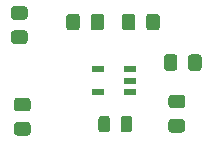
<source format=gtp>
%TF.GenerationSoftware,KiCad,Pcbnew,(5.1.6)-1*%
%TF.CreationDate,2021-11-13T14:54:39-08:00*%
%TF.ProjectId,ARESnoseConeSystem2022,41524553-6e6f-4736-9543-6f6e65537973,rev?*%
%TF.SameCoordinates,Original*%
%TF.FileFunction,Paste,Top*%
%TF.FilePolarity,Positive*%
%FSLAX46Y46*%
G04 Gerber Fmt 4.6, Leading zero omitted, Abs format (unit mm)*
G04 Created by KiCad (PCBNEW (5.1.6)-1) date 2021-11-13 14:54:39*
%MOMM*%
%LPD*%
G01*
G04 APERTURE LIST*
%ADD10R,1.003300X0.508000*%
G04 APERTURE END LIST*
D10*
X130600450Y-55306001D03*
X130600450Y-53405999D03*
X133305550Y-53405999D03*
X133305550Y-54356000D03*
X133305550Y-55306001D03*
G36*
G01*
X138245000Y-53282001D02*
X138245000Y-52381999D01*
G75*
G02*
X138494999Y-52132000I249999J0D01*
G01*
X139145001Y-52132000D01*
G75*
G02*
X139395000Y-52381999I0J-249999D01*
G01*
X139395000Y-53282001D01*
G75*
G02*
X139145001Y-53532000I-249999J0D01*
G01*
X138494999Y-53532000D01*
G75*
G02*
X138245000Y-53282001I0J249999D01*
G01*
G37*
G36*
G01*
X136195000Y-53282001D02*
X136195000Y-52381999D01*
G75*
G02*
X136444999Y-52132000I249999J0D01*
G01*
X137095001Y-52132000D01*
G75*
G02*
X137345000Y-52381999I0J-249999D01*
G01*
X137345000Y-53282001D01*
G75*
G02*
X137095001Y-53532000I-249999J0D01*
G01*
X136444999Y-53532000D01*
G75*
G02*
X136195000Y-53282001I0J249999D01*
G01*
G37*
G36*
G01*
X134689000Y-49853001D02*
X134689000Y-48952999D01*
G75*
G02*
X134938999Y-48703000I249999J0D01*
G01*
X135589001Y-48703000D01*
G75*
G02*
X135839000Y-48952999I0J-249999D01*
G01*
X135839000Y-49853001D01*
G75*
G02*
X135589001Y-50103000I-249999J0D01*
G01*
X134938999Y-50103000D01*
G75*
G02*
X134689000Y-49853001I0J249999D01*
G01*
G37*
G36*
G01*
X132639000Y-49853001D02*
X132639000Y-48952999D01*
G75*
G02*
X132888999Y-48703000I249999J0D01*
G01*
X133539001Y-48703000D01*
G75*
G02*
X133789000Y-48952999I0J-249999D01*
G01*
X133789000Y-49853001D01*
G75*
G02*
X133539001Y-50103000I-249999J0D01*
G01*
X132888999Y-50103000D01*
G75*
G02*
X132639000Y-49853001I0J249999D01*
G01*
G37*
G36*
G01*
X129990000Y-49853001D02*
X129990000Y-48952999D01*
G75*
G02*
X130239999Y-48703000I249999J0D01*
G01*
X130890001Y-48703000D01*
G75*
G02*
X131140000Y-48952999I0J-249999D01*
G01*
X131140000Y-49853001D01*
G75*
G02*
X130890001Y-50103000I-249999J0D01*
G01*
X130239999Y-50103000D01*
G75*
G02*
X129990000Y-49853001I0J249999D01*
G01*
G37*
G36*
G01*
X127940000Y-49853001D02*
X127940000Y-48952999D01*
G75*
G02*
X128189999Y-48703000I249999J0D01*
G01*
X128840001Y-48703000D01*
G75*
G02*
X129090000Y-48952999I0J-249999D01*
G01*
X129090000Y-49853001D01*
G75*
G02*
X128840001Y-50103000I-249999J0D01*
G01*
X128189999Y-50103000D01*
G75*
G02*
X127940000Y-49853001I0J249999D01*
G01*
G37*
G36*
G01*
X123755999Y-57863000D02*
X124656001Y-57863000D01*
G75*
G02*
X124906000Y-58112999I0J-249999D01*
G01*
X124906000Y-58763001D01*
G75*
G02*
X124656001Y-59013000I-249999J0D01*
G01*
X123755999Y-59013000D01*
G75*
G02*
X123506000Y-58763001I0J249999D01*
G01*
X123506000Y-58112999D01*
G75*
G02*
X123755999Y-57863000I249999J0D01*
G01*
G37*
G36*
G01*
X123755999Y-55813000D02*
X124656001Y-55813000D01*
G75*
G02*
X124906000Y-56062999I0J-249999D01*
G01*
X124906000Y-56713001D01*
G75*
G02*
X124656001Y-56963000I-249999J0D01*
G01*
X123755999Y-56963000D01*
G75*
G02*
X123506000Y-56713001I0J249999D01*
G01*
X123506000Y-56062999D01*
G75*
G02*
X123755999Y-55813000I249999J0D01*
G01*
G37*
G36*
G01*
X132530000Y-58495250D02*
X132530000Y-57582750D01*
G75*
G02*
X132773750Y-57339000I243750J0D01*
G01*
X133261250Y-57339000D01*
G75*
G02*
X133505000Y-57582750I0J-243750D01*
G01*
X133505000Y-58495250D01*
G75*
G02*
X133261250Y-58739000I-243750J0D01*
G01*
X132773750Y-58739000D01*
G75*
G02*
X132530000Y-58495250I0J243750D01*
G01*
G37*
G36*
G01*
X130655000Y-58495250D02*
X130655000Y-57582750D01*
G75*
G02*
X130898750Y-57339000I243750J0D01*
G01*
X131386250Y-57339000D01*
G75*
G02*
X131630000Y-57582750I0J-243750D01*
G01*
X131630000Y-58495250D01*
G75*
G02*
X131386250Y-58739000I-243750J0D01*
G01*
X130898750Y-58739000D01*
G75*
G02*
X130655000Y-58495250I0J243750D01*
G01*
G37*
G36*
G01*
X136836999Y-57600000D02*
X137737001Y-57600000D01*
G75*
G02*
X137987000Y-57849999I0J-249999D01*
G01*
X137987000Y-58500001D01*
G75*
G02*
X137737001Y-58750000I-249999J0D01*
G01*
X136836999Y-58750000D01*
G75*
G02*
X136587000Y-58500001I0J249999D01*
G01*
X136587000Y-57849999D01*
G75*
G02*
X136836999Y-57600000I249999J0D01*
G01*
G37*
G36*
G01*
X136836999Y-55550000D02*
X137737001Y-55550000D01*
G75*
G02*
X137987000Y-55799999I0J-249999D01*
G01*
X137987000Y-56450001D01*
G75*
G02*
X137737001Y-56700000I-249999J0D01*
G01*
X136836999Y-56700000D01*
G75*
G02*
X136587000Y-56450001I0J249999D01*
G01*
X136587000Y-55799999D01*
G75*
G02*
X136836999Y-55550000I249999J0D01*
G01*
G37*
G36*
G01*
X123501999Y-50107000D02*
X124402001Y-50107000D01*
G75*
G02*
X124652000Y-50356999I0J-249999D01*
G01*
X124652000Y-51007001D01*
G75*
G02*
X124402001Y-51257000I-249999J0D01*
G01*
X123501999Y-51257000D01*
G75*
G02*
X123252000Y-51007001I0J249999D01*
G01*
X123252000Y-50356999D01*
G75*
G02*
X123501999Y-50107000I249999J0D01*
G01*
G37*
G36*
G01*
X123501999Y-48057000D02*
X124402001Y-48057000D01*
G75*
G02*
X124652000Y-48306999I0J-249999D01*
G01*
X124652000Y-48957001D01*
G75*
G02*
X124402001Y-49207000I-249999J0D01*
G01*
X123501999Y-49207000D01*
G75*
G02*
X123252000Y-48957001I0J249999D01*
G01*
X123252000Y-48306999D01*
G75*
G02*
X123501999Y-48057000I249999J0D01*
G01*
G37*
M02*

</source>
